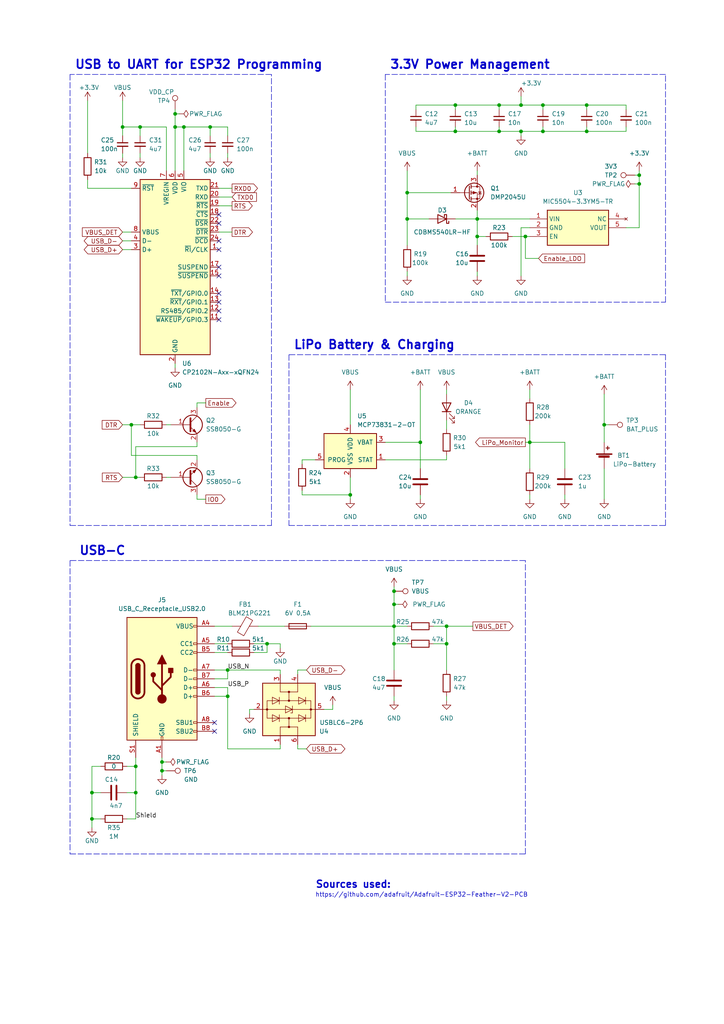
<source format=kicad_sch>
(kicad_sch (version 20211123) (generator eeschema)
  (paper "A4" portrait)
  (title_block (title "USB-C Charging") (date "2024-04-14") (rev "3"))
  (lib_symbols
    (symbol "Battery_Management:MCP73831-2-OT" (pin_names (offset 1.016))
      (property "Reference" "U" (at -7.62 6.35 0))
      (property "Value" "MCP73831-2-OT" (at 1.27 6.35 0))
      (symbol "MCP73831-2-OT_1_1"
        (pin output line (at 10.16 -2.54 180) (length 2.54) (name "STAT") (number "1"))
        (pin power_in line (at 0 -7.62 90) (length 2.54) (name "VSS") (number "2"))
        (pin power_out line (at 10.16 2.54 180) (length 2.54) (name "VBAT") (number "3"))
        (pin power_in line (at 0 7.62 270) (length 2.54) (name "VDD") (number "4"))
        (pin input line (at -10.16 -2.54 0) (length 2.54) (name "PROG") (number "5"))
      )
    )
    (symbol "Connector:TestPoint" (pin_numbers hide) (pin_names (offset 0.762) hide)
      (property "Reference" "TP" (at 0 6.858 0))
      (property "Value" "TestPoint" (at 0 5.08 0))
      (symbol "TestPoint_1_1"
        (pin passive line (at 0 0 90) (length 2.54) (name "1") (number "1"))
      )
    )
    (symbol "Connector:USB_C_Receptacle_USB2.0" (pin_names (offset 1.016))
      (property "Reference" "J" (at -10.16 19.05 0))
      (property "Value" "USB_C_Receptacle_USB2.0" (at 19.05 19.05 0))
      (symbol "USB_C_Receptacle_USB2.0_1_1"
        (pin passive line (at 0 -22.86 90) (length 5.08) (name "GND") (number "A1"))
        (pin passive line (at 0 -22.86 90) (length 5.08) hide (name "GND") (number "A12"))
        (pin passive line (at 15.24 15.24 180) (length 5.08) (name "VBUS") (number "A4"))
        (pin bidirectional line (at 15.24 10.16 180) (length 5.08) (name "CC1") (number "A5"))
        (pin bidirectional line (at 15.24 -2.54 180) (length 5.08) (name "D+") (number "A6"))
        (pin bidirectional line (at 15.24 2.54 180) (length 5.08) (name "D-") (number "A7"))
        (pin bidirectional line (at 15.24 -12.7 180) (length 5.08) (name "SBU1") (number "A8"))
        (pin passive line (at 15.24 15.24 180) (length 5.08) hide (name "VBUS") (number "A9"))
        (pin passive line (at 0 -22.86 90) (length 5.08) hide (name "GND") (number "B1"))
        (pin passive line (at 0 -22.86 90) (length 5.08) hide (name "GND") (number "B12"))
        (pin passive line (at 15.24 15.24 180) (length 5.08) hide (name "VBUS") (number "B4"))
        (pin bidirectional line (at 15.24 7.62 180) (length 5.08) (name "CC2") (number "B5"))
        (pin bidirectional line (at 15.24 -5.08 180) (length 5.08) (name "D+") (number "B6"))
        (pin bidirectional line (at 15.24 0 180) (length 5.08) (name "D-") (number "B7"))
        (pin bidirectional line (at 15.24 -15.24 180) (length 5.08) (name "SBU2") (number "B8"))
        (pin passive line (at 15.24 15.24 180) (length 5.08) hide (name "VBUS") (number "B9"))
        (pin passive line (at -7.62 -22.86 90) (length 5.08) (name "SHIELD") (number "S1"))
      )
    )
    (symbol "Device:Battery_Cell" (pin_numbers hide) (pin_names (offset 0) hide)
      (property "Reference" "BT1" (at 3.81 1.27 0))
      (property "Value" "LiPo-Battery" (at 2.54 -1.27 0))
      (symbol "Battery_Cell_1_1"
        (pin passive line (at 0 5.08 270) (length 2.54) (name "+") (number "1"))
        (pin passive line (at 0 -2.54 90) (length 2.54) (name "-") (number "2"))
        (pin no_connect line (at -6.35 1.27 0) (length 2.54) hide (name "Mount") (number "M"))
      )
    )
    (symbol "Device:C" (pin_numbers hide) (pin_names (offset 0.254))
      (property "Reference" "C" (at 0.635 2.54 0))
      (property "Value" "C" (at 0.635 -2.54 0))
      (symbol "C_1_1"
        (pin passive line (at 0 3.81 270) (length 2.794) (name "~") (number "1"))
        (pin passive line (at 0 -3.81 90) (length 2.794) (name "~") (number "2"))
      )
    )
    (symbol "Device:C_Small" (pin_numbers hide) (pin_names (offset 0.254) hide)
      (property "Reference" "C" (at 0.254 1.778 0))
      (property "Value" "C_Small" (at 0.254 -2.032 0))
      (symbol "C_Small_1_1"
        (pin passive line (at 0 2.54 270) (length 2.032) (name "~") (number "1"))
        (pin passive line (at 0 -2.54 90) (length 2.032) (name "~") (number "2"))
      )
    )
    (symbol "Device:FerriteBead" (pin_numbers hide) (pin_names (offset 0))
      (property "Reference" "FB" (at -3.81 0.635 90))
      (property "Value" "FerriteBead" (at 3.81 0 90))
      (symbol "FerriteBead_1_1"
        (pin passive line (at 0 3.81 270) (length 2.54) (name "~") (number "1"))
        (pin passive line (at 0 -3.81 90) (length 2.54) (name "~") (number "2"))
      )
    )
    (symbol "Device:Fuse" (pin_numbers hide) (pin_names (offset 0))
      (property "Reference" "F" (at 2.032 0 90))
      (property "Value" "Fuse" (at -1.905 0 90))
      (symbol "Fuse_1_1"
        (pin passive line (at 0 3.81 270) (length 1.27) (name "~") (number "1"))
        (pin passive line (at 0 -3.81 90) (length 1.27) (name "~") (number "2"))
      )
    )
    (symbol "Device:LED" (pin_numbers hide) (pin_names (offset 1.016) hide)
      (property "Reference" "D" (at 0 2.54 0))
      (property "Value" "LED" (at 0 -2.54 0))
      (symbol "LED_1_1"
        (pin passive line (at -3.81 0 0) (length 2.54) (name "K") (number "1"))
        (pin passive line (at 3.81 0 180) (length 2.54) (name "A") (number "2"))
      )
    )
    (symbol "Device:R" (pin_numbers hide) (pin_names (offset 0))
      (property "Reference" "R" (at 2.032 0 90))
      (property "Value" "R" (at 0 0 90))
      (symbol "R_1_1"
        (pin passive line (at 0 3.81 270) (length 1.27) (name "~") (number "1"))
        (pin passive line (at 0 -3.81 90) (length 1.27) (name "~") (number "2"))
      )
    )
    (symbol "Diode:MBR0540" (pin_numbers hide) (pin_names (offset 1.016) hide)
      (property "Reference" "D" (at 0 2.54 0))
      (property "Value" "MBR0540" (at 0 -2.54 0))
      (symbol "MBR0540_1_1"
        (pin passive line (at -3.81 0 0) (length 2.54) (name "K") (number "1"))
        (pin passive line (at 3.81 0 180) (length 2.54) (name "A") (number "2"))
      )
    )
    (symbol "Interface_USB:CP2102N-Axx-xQFN24"
      (property "Reference" "U" (at -8.89 26.67 0))
      (property "Value" "CP2102N-Axx-xQFN24" (at 13.97 26.67 0))
      (symbol "CP2102N-Axx-xQFN24_1_1"
        (pin bidirectional line (at 12.7 5.08 180) (length 2.54) (name "~{RI}/CLK") (number "1"))
        (pin no_connect line (at -10.16 -22.86 0) (length 2.54) hide (name "NC") (number "10"))
        (pin bidirectional line (at 12.7 -15.24 180) (length 2.54) (name "~{WAKEUP}/GPIO.3") (number "11"))
        (pin bidirectional line (at 12.7 -12.7 180) (length 2.54) (name "RS485/GPIO.2") (number "12"))
        (pin bidirectional line (at 12.7 -10.16 180) (length 2.54) (name "~{RXT}/GPIO.1") (number "13"))
        (pin bidirectional line (at 12.7 -7.62 180) (length 2.54) (name "~{TXT}/GPIO.0") (number "14"))
        (pin output line (at 12.7 -2.54 180) (length 2.54) (name "~{SUSPEND}") (number "15"))
        (pin no_connect line (at 10.16 -22.86 180) (length 2.54) hide (name "NC") (number "16"))
        (pin output line (at 12.7 0 180) (length 2.54) (name "SUSPEND") (number "17"))
        (pin input line (at 12.7 15.24 180) (length 2.54) (name "~{CTS}") (number "18"))
        (pin output line (at 12.7 17.78 180) (length 2.54) (name "~{RTS}") (number "19"))
        (pin power_in line (at 0 -27.94 90) (length 2.54) (name "GND") (number "2"))
        (pin input line (at 12.7 20.32 180) (length 2.54) (name "RXD") (number "20"))
        (pin output line (at 12.7 22.86 180) (length 2.54) (name "TXD") (number "21"))
        (pin input line (at 12.7 12.7 180) (length 2.54) (name "~{DSR}") (number "22"))
        (pin output line (at 12.7 10.16 180) (length 2.54) (name "~{DTR}") (number "23"))
        (pin input line (at 12.7 7.62 180) (length 2.54) (name "~{DCD}") (number "24"))
        (pin passive line (at 0 -27.94 90) (length 2.54) hide (name "GND") (number "25"))
        (pin bidirectional line (at -12.7 5.08 0) (length 2.54) (name "D+") (number "3"))
        (pin bidirectional line (at -12.7 7.62 0) (length 2.54) (name "D-") (number "4"))
        (pin power_in line (at 2.54 27.94 270) (length 2.54) (name "VIO") (number "5"))
        (pin power_in line (at 0 27.94 270) (length 2.54) (name "VDD") (number "6"))
        (pin power_in line (at -2.54 27.94 270) (length 2.54) (name "VREGIN") (number "7"))
        (pin input line (at -12.7 10.16 0) (length 2.54) (name "VBUS") (number "8"))
        (pin input line (at -12.7 22.86 0) (length 2.54) (name "~{RST}") (number "9"))
      )
    )
    (symbol "Mouser:MIC5504-3.3YM5-TR"
      (property "Reference" "U?" (at 13.97 3.81 0))
      (property "Value" "MIC5504-3.3YM5-TR" (at 13.97 -8.89 0))
      (symbol "MIC5504-3.3YM5-TR_1_1"
        (pin passive line (at 0 0 0) (length 5.08) (name "VIN") (number "1"))
        (pin passive line (at 0 -2.54 0) (length 5.08) (name "GND") (number "2"))
        (pin passive line (at 0 -5.08 0) (length 5.08) (name "EN") (number "3"))
        (pin no_connect line (at 27.94 0 180) (length 5.08) (name "NC") (number "4"))
        (pin passive line (at 27.94 -2.54 180) (length 5.08) (name "VOUT") (number "5"))
      )
    )
    (symbol "Power_Protection:USBLC6-2P6" (pin_names hide)
      (property "Reference" "U" (at 2.54 8.89 0))
      (property "Value" "USBLC6-2P6" (at 2.54 -8.89 0))
      (symbol "USBLC6-2P6_1_1"
        (pin passive line (at -10.16 -2.54 0) (length 2.54) (name "I/O1") (number "1"))
        (pin passive line (at 0 -10.16 90) (length 2.54) (name "GND") (number "2"))
        (pin passive line (at 10.16 -2.54 180) (length 2.54) (name "I/O2") (number "3"))
        (pin passive line (at 10.16 2.54 180) (length 2.54) (name "I/O2") (number "4"))
        (pin passive line (at 0 10.16 270) (length 2.54) (name "VBUS") (number "5"))
        (pin passive line (at -10.16 2.54 0) (length 2.54) (name "I/O1") (number "6"))
      )
    )
    (symbol "Transistor_BJT:BC817" (pin_names (offset 0) hide)
      (property "Reference" "Q" (at 5.08 1.905 0))
      (property "Value" "BC817" (at 5.08 0 0))
      (symbol "BC817_1_1"
        (pin input line (at -5.08 0 0) (length 5.715) (name "B") (number "1"))
        (pin passive line (at 2.54 -5.08 90) (length 2.54) (name "E") (number "2"))
        (pin passive line (at 2.54 5.08 270) (length 2.54) (name "C") (number "3"))
      )
    )
    (symbol "Transistor_FET:DMG2301L" (pin_names hide)
      (property "Reference" "Q" (at 5.08 1.905 0))
      (property "Value" "DMG2301L" (at 5.08 0 0))
      (symbol "DMG2301L_1_1"
        (pin input line (at -5.08 0 0) (length 2.54) (name "G") (number "1"))
        (pin passive line (at 2.54 -5.08 90) (length 2.54) (name "S") (number "2"))
        (pin passive line (at 2.54 5.08 270) (length 2.54) (name "D") (number "3"))
      )
    )
    (symbol "power:+3.3V" (power) (pin_names (offset 0))
      (property "Value" "+3.3V" (at 0 3.556 0))
      (symbol "+3.3V_1_1"
        (pin power_in line (at 0 0 90) (length 0) hide (name "+3.3V") (number "1"))
      )
    )
    (symbol "power:+BATT" (power) (pin_names (offset 0))
      (property "Value" "+BATT" (at 0 3.556 0))
      (symbol "+BATT_1_1"
        (pin power_in line (at 0 0 90) (length 0) hide (name "+BATT") (number "1"))
      )
    )
    (symbol "power:GND" (power) (pin_names (offset 0))
      (property "Value" "GND" (at 0 -3.81 0))
      (symbol "GND_1_1"
        (pin power_in line (at 0 0 270) (length 0) hide (name "GND") (number "1"))
      )
    )
    (symbol "power:PWR_FLAG" (power) (pin_numbers hide) (pin_names (offset 0) hide)
      (property "Value" "PWR_FLAG" (at 0 3.81 0))
      (symbol "PWR_FLAG_0_0"
        (pin power_out line (at 0 0 90) (length 0) (name "pwr") (number "1"))
      )
    )
    (symbol "power:VBUS" (power) (pin_names (offset 0))
      (property "Value" "VBUS" (at 0 3.81 0))
      (symbol "VBUS_1_1"
        (pin power_in line (at 0 0 90) (length 0) hide (name "VBUS") (number "1"))
      )
    )
  )
  (junction (at 35.56 36.83))
  (junction (at 151.13 38.1))
  (junction (at 175.26 123.19))
  (junction (at 185.42 50.8))
  (junction (at 46.99 220.98))
  (junction (at 157.48 30.48))
  (junction (at 132.08 38.1))
  (junction (at 60.96 36.83))
  (junction (at 129.54 181.61))
  (junction (at 118.11 63.5))
  (junction (at 39.37 138.43))
  (junction (at 157.48 38.1))
  (junction (at 53.34 36.83))
  (junction (at 151.13 30.48))
  (junction (at 77.47 186.69))
  (junction (at 46.99 223.52))
  (junction (at 121.92 128.27))
  (junction (at 118.11 55.88))
  (junction (at 114.3 175.26))
  (junction (at 114.3 186.69))
  (junction (at 114.3 181.61))
  (junction (at 138.43 68.58))
  (junction (at 138.43 63.5))
  (junction (at 26.67 237.49))
  (junction (at 50.8 33.02))
  (junction (at 101.6 143.51))
  (junction (at 152.4 68.58))
  (junction (at 170.18 38.1))
  (junction (at 144.78 30.48))
  (junction (at 39.37 222.25))
  (junction (at 66.04 201.93))
  (junction (at 129.54 186.69))
  (junction (at 144.78 38.1))
  (junction (at 38.1 123.19))
  (junction (at 114.3 171.45))
  (junction (at 170.18 30.48))
  (junction (at 66.04 194.31))
  (junction (at 50.8 36.83))
  (junction (at 153.67 128.27))
  (junction (at 39.37 229.87))
  (junction (at 132.08 30.48))
  (junction (at 185.42 53.34))
  (junction (at 26.67 229.87))
  (junction (at 40.64 36.83))
  (no_connect (at 63.5 64.77))
  (no_connect (at 63.5 87.63))
  (no_connect (at 63.5 80.01))
  (no_connect (at 62.23 209.55))
  (no_connect (at 63.5 69.85))
  (no_connect (at 63.5 92.71))
  (no_connect (at 63.5 62.23))
  (no_connect (at 63.5 72.39))
  (no_connect (at 63.5 77.47))
  (no_connect (at 62.23 212.09))
  (no_connect (at 63.5 90.17))
  (no_connect (at 63.5 85.09))
  (wire (pts (xy 50.8 33.02) (xy 52.07 33.02)))
  (wire (pts (xy 120.65 30.48) (xy 120.65 31.75)))
  (wire (pts (xy 114.3 186.69) (xy 114.3 194.31)))
  (wire (pts (xy 66.04 39.37) (xy 66.04 36.83)))
  (wire (pts (xy 138.43 63.5) (xy 153.67 63.5)))
  (wire (pts (xy 138.43 68.58) (xy 138.43 71.12)))
  (wire (pts (xy 163.83 135.89) (xy 163.83 128.27)))
  (wire (pts (xy 118.11 63.5) (xy 118.11 71.12)))
  (wire (pts (xy 81.28 215.9) (xy 81.28 217.17)))
  (wire (pts (xy 132.08 63.5) (xy 138.43 63.5)))
  (wire (pts (xy 35.56 44.45) (xy 35.56 45.72)))
  (wire (pts (xy 57.15 132.08) (xy 38.1 132.08)))
  (wire (pts (xy 121.92 143.51) (xy 121.92 144.78)))
  (wire (pts (xy 144.78 36.83) (xy 144.78 38.1)))
  (wire (pts (xy 185.42 53.34) (xy 185.42 66.04)))
  (wire (pts (xy 153.67 113.03) (xy 153.67 115.57)))
  (wire (pts (xy 50.8 33.02) (xy 50.8 36.83)))
  (wire (pts (xy 73.66 189.23) (xy 77.47 189.23)))
  (wire (pts (xy 114.3 175.26) (xy 114.3 181.61)))
  (polyline (pts (xy 20.32 152.4) (xy 78.74 152.4)))
  (wire (pts (xy 185.42 50.8) (xy 185.42 53.34)))
  (wire (pts (xy 36.83 222.25) (xy 39.37 222.25)))
  (wire (pts (xy 144.78 30.48) (xy 144.78 31.75)))
  (wire (pts (xy 53.34 36.83) (xy 53.34 49.53)))
  (wire (pts (xy 137.16 181.61) (xy 129.54 181.61)))
  (wire (pts (xy 48.26 36.83) (xy 48.26 49.53)))
  (wire (pts (xy 124.46 63.5) (xy 118.11 63.5)))
  (wire (pts (xy 144.78 38.1) (xy 132.08 38.1)))
  (wire (pts (xy 101.6 144.78) (xy 101.6 143.51)))
  (wire (pts (xy 185.42 49.53) (xy 185.42 50.8)))
  (wire (pts (xy 66.04 44.45) (xy 66.04 45.72)))
  (wire (pts (xy 151.13 27.94) (xy 151.13 30.48)))
  (wire (pts (xy 129.54 186.69) (xy 125.73 186.69)))
  (wire (pts (xy 60.96 36.83) (xy 53.34 36.83)))
  (wire (pts (xy 48.26 123.19) (xy 49.53 123.19)))
  (wire (pts (xy 35.56 36.83) (xy 40.64 36.83)))
  (wire (pts (xy 25.4 29.21) (xy 25.4 44.45)))
  (wire (pts (xy 170.18 36.83) (xy 170.18 38.1)))
  (wire (pts (xy 50.8 31.75) (xy 50.8 33.02)))
  (wire (pts (xy 111.76 128.27) (xy 121.92 128.27)))
  (wire (pts (xy 96.52 205.74) (xy 96.52 204.47)))
  (polyline (pts (xy 83.82 102.87) (xy 83.82 152.4)))
  (wire (pts (xy 163.83 128.27) (xy 153.67 128.27)))
  (wire (pts (xy 40.64 44.45) (xy 40.64 45.72)))
  (wire (pts (xy 62.23 186.69) (xy 66.04 186.69)))
  (wire (pts (xy 153.67 128.27) (xy 153.67 135.89)))
  (wire (pts (xy 46.99 223.52) (xy 48.26 223.52)))
  (wire (pts (xy 118.11 49.53) (xy 118.11 55.88)))
  (polyline (pts (xy 78.74 21.59) (xy 20.32 21.59)))
  (wire (pts (xy 26.67 237.49) (xy 26.67 229.87)))
  (polyline (pts (xy 193.04 102.87) (xy 83.82 102.87)))
  (wire (pts (xy 62.23 194.31) (xy 66.04 194.31)))
  (wire (pts (xy 138.43 78.74) (xy 138.43 80.01)))
  (wire (pts (xy 86.36 194.31) (xy 88.9 194.31)))
  (wire (pts (xy 67.31 57.15) (xy 63.5 57.15)))
  (wire (pts (xy 138.43 49.53) (xy 138.43 50.8)))
  (wire (pts (xy 118.11 55.88) (xy 118.11 63.5)))
  (wire (pts (xy 151.13 38.1) (xy 151.13 39.37)))
  (wire (pts (xy 62.23 199.39) (xy 66.04 199.39)))
  (polyline (pts (xy 111.76 87.63) (xy 193.04 87.63)))
  (wire (pts (xy 67.31 67.31) (xy 63.5 67.31)))
  (wire (pts (xy 29.21 229.87) (xy 26.67 229.87)))
  (polyline (pts (xy 20.32 247.65) (xy 152.4 247.65)))
  (wire (pts (xy 170.18 30.48) (xy 170.18 31.75)))
  (wire (pts (xy 35.56 69.85) (xy 38.1 69.85)))
  (wire (pts (xy 114.3 175.26) (xy 114.3 171.45)))
  (wire (pts (xy 118.11 78.74) (xy 118.11 80.01)))
  (wire (pts (xy 74.93 181.61) (xy 82.55 181.61)))
  (polyline (pts (xy 193.04 87.63) (xy 193.04 21.59)))
  (wire (pts (xy 35.56 67.31) (xy 38.1 67.31)))
  (wire (pts (xy 175.26 123.19) (xy 176.53 123.19)))
  (wire (pts (xy 39.37 222.25) (xy 39.37 219.71)))
  (wire (pts (xy 157.48 30.48) (xy 170.18 30.48)))
  (wire (pts (xy 101.6 143.51) (xy 101.6 138.43)))
  (wire (pts (xy 129.54 113.03) (xy 129.54 114.3)))
  (wire (pts (xy 60.96 36.83) (xy 60.96 39.37)))
  (wire (pts (xy 77.47 186.69) (xy 73.66 186.69)))
  (wire (pts (xy 185.42 66.04) (xy 181.61 66.04)))
  (wire (pts (xy 138.43 63.5) (xy 138.43 68.58)))
  (wire (pts (xy 181.61 30.48) (xy 181.61 31.75)))
  (wire (pts (xy 66.04 36.83) (xy 60.96 36.83)))
  (wire (pts (xy 81.28 186.69) (xy 77.47 186.69)))
  (wire (pts (xy 59.69 116.84) (xy 57.15 116.84)))
  (wire (pts (xy 38.1 123.19) (xy 40.64 123.19)))
  (wire (pts (xy 151.13 38.1) (xy 144.78 38.1)))
  (wire (pts (xy 36.83 229.87) (xy 39.37 229.87)))
  (wire (pts (xy 129.54 203.2) (xy 129.54 201.93)))
  (wire (pts (xy 81.28 187.96) (xy 81.28 186.69)))
  (wire (pts (xy 121.92 128.27) (xy 121.92 135.89)))
  (wire (pts (xy 151.13 66.04) (xy 151.13 80.01)))
  (wire (pts (xy 67.31 59.69) (xy 63.5 59.69)))
  (wire (pts (xy 57.15 129.54) (xy 39.37 129.54)))
  (wire (pts (xy 86.36 215.9) (xy 86.36 217.17)))
  (wire (pts (xy 175.26 123.19) (xy 175.26 128.27)))
  (wire (pts (xy 152.4 74.93) (xy 152.4 68.58)))
  (wire (pts (xy 62.23 196.85) (xy 66.04 196.85)))
  (wire (pts (xy 152.4 128.27) (xy 153.67 128.27)))
  (wire (pts (xy 120.65 30.48) (xy 132.08 30.48)))
  (wire (pts (xy 153.67 143.51) (xy 153.67 144.78)))
  (wire (pts (xy 57.15 143.51) (xy 57.15 144.78)))
  (wire (pts (xy 39.37 129.54) (xy 39.37 138.43)))
  (wire (pts (xy 115.57 175.26) (xy 114.3 175.26)))
  (wire (pts (xy 87.63 133.35) (xy 87.63 134.62)))
  (wire (pts (xy 93.98 205.74) (xy 96.52 205.74)))
  (wire (pts (xy 153.67 66.04) (xy 151.13 66.04)))
  (wire (pts (xy 181.61 36.83) (xy 181.61 38.1)))
  (wire (pts (xy 38.1 54.61) (xy 25.4 54.61)))
  (wire (pts (xy 67.31 54.61) (xy 63.5 54.61)))
  (wire (pts (xy 114.3 170.18) (xy 114.3 171.45)))
  (wire (pts (xy 35.56 123.19) (xy 38.1 123.19)))
  (wire (pts (xy 157.48 36.83) (xy 157.48 38.1)))
  (wire (pts (xy 151.13 30.48) (xy 157.48 30.48)))
  (wire (pts (xy 66.04 199.39) (xy 66.04 201.93)))
  (wire (pts (xy 26.67 237.49) (xy 29.21 237.49)))
  (wire (pts (xy 86.36 194.31) (xy 86.36 195.58)))
  (wire (pts (xy 132.08 36.83) (xy 132.08 38.1)))
  (wire (pts (xy 46.99 220.98) (xy 46.99 223.52)))
  (wire (pts (xy 39.37 138.43) (xy 40.64 138.43)))
  (polyline (pts (xy 152.4 162.56) (xy 20.32 162.56)))
  (wire (pts (xy 86.36 217.17) (xy 88.9 217.17)))
  (wire (pts (xy 175.26 135.89) (xy 175.26 144.78)))
  (wire (pts (xy 48.26 220.98) (xy 46.99 220.98)))
  (wire (pts (xy 35.56 138.43) (xy 39.37 138.43)))
  (wire (pts (xy 35.56 72.39) (xy 38.1 72.39)))
  (wire (pts (xy 132.08 30.48) (xy 144.78 30.48)))
  (polyline (pts (xy 111.76 21.59) (xy 111.76 87.63)))
  (wire (pts (xy 62.23 189.23) (xy 66.04 189.23)))
  (wire (pts (xy 72.39 205.74) (xy 73.66 205.74)))
  (wire (pts (xy 57.15 129.54) (xy 57.15 128.27)))
  (wire (pts (xy 87.63 142.24) (xy 87.63 143.51)))
  (wire (pts (xy 87.63 143.51) (xy 101.6 143.51)))
  (wire (pts (xy 121.92 113.03) (xy 121.92 128.27)))
  (wire (pts (xy 111.76 133.35) (xy 129.54 133.35)))
  (wire (pts (xy 114.3 186.69) (xy 118.11 186.69)))
  (wire (pts (xy 101.6 113.03) (xy 101.6 123.19)))
  (wire (pts (xy 170.18 30.48) (xy 181.61 30.48)))
  (wire (pts (xy 36.83 237.49) (xy 39.37 237.49)))
  (wire (pts (xy 46.99 223.52) (xy 46.99 224.79)))
  (wire (pts (xy 114.3 181.61) (xy 118.11 181.61)))
  (polyline (pts (xy 83.82 152.4) (xy 193.04 152.4)))
  (wire (pts (xy 66.04 201.93) (xy 66.04 217.17)))
  (wire (pts (xy 156.21 74.93) (xy 152.4 74.93)))
  (wire (pts (xy 90.17 181.61) (xy 114.3 181.61)))
  (wire (pts (xy 152.4 68.58) (xy 153.67 68.58)))
  (wire (pts (xy 26.67 237.49) (xy 26.67 240.03)))
  (wire (pts (xy 129.54 121.92) (xy 129.54 124.46)))
  (wire (pts (xy 129.54 181.61) (xy 129.54 186.69)))
  (wire (pts (xy 66.04 217.17) (xy 81.28 217.17)))
  (wire (pts (xy 29.21 222.25) (xy 26.67 222.25)))
  (wire (pts (xy 81.28 194.31) (xy 81.28 195.58)))
  (wire (pts (xy 35.56 29.21) (xy 35.56 36.83)))
  (polyline (pts (xy 193.04 152.4) (xy 193.04 102.87)))
  (wire (pts (xy 66.04 194.31) (xy 81.28 194.31)))
  (wire (pts (xy 132.08 38.1) (xy 120.65 38.1)))
  (wire (pts (xy 66.04 196.85) (xy 66.04 194.31)))
  (wire (pts (xy 184.15 53.34) (xy 185.42 53.34)))
  (wire (pts (xy 40.64 36.83) (xy 40.64 39.37)))
  (wire (pts (xy 35.56 39.37) (xy 35.56 36.83)))
  (wire (pts (xy 163.83 143.51) (xy 163.83 144.78)))
  (polyline (pts (xy 193.04 21.59) (xy 111.76 21.59)))
  (wire (pts (xy 153.67 123.19) (xy 153.67 128.27)))
  (wire (pts (xy 39.37 237.49) (xy 39.37 229.87)))
  (wire (pts (xy 48.26 36.83) (xy 40.64 36.83)))
  (wire (pts (xy 48.26 138.43) (xy 49.53 138.43)))
  (wire (pts (xy 114.3 203.2) (xy 114.3 201.93)))
  (wire (pts (xy 129.54 186.69) (xy 129.54 194.31)))
  (polyline (pts (xy 152.4 247.65) (xy 152.4 162.56)))
  (wire (pts (xy 39.37 222.25) (xy 39.37 229.87)))
  (wire (pts (xy 26.67 229.87) (xy 26.67 222.25)))
  (wire (pts (xy 50.8 36.83) (xy 53.34 36.83)))
  (wire (pts (xy 148.59 68.58) (xy 152.4 68.58)))
  (polyline (pts (xy 20.32 162.56) (xy 20.32 247.65)))
  (wire (pts (xy 62.23 201.93) (xy 66.04 201.93)))
  (wire (pts (xy 60.96 44.45) (xy 60.96 45.72)))
  (wire (pts (xy 125.73 181.61) (xy 129.54 181.61)))
  (wire (pts (xy 38.1 132.08) (xy 38.1 123.19)))
  (wire (pts (xy 57.15 144.78) (xy 59.69 144.78)))
  (wire (pts (xy 72.39 205.74) (xy 72.39 207.01)))
  (wire (pts (xy 62.23 181.61) (xy 67.31 181.61)))
  (wire (pts (xy 114.3 181.61) (xy 114.3 186.69)))
  (wire (pts (xy 57.15 116.84) (xy 57.15 118.11)))
  (wire (pts (xy 57.15 133.35) (xy 57.15 132.08)))
  (wire (pts (xy 184.15 50.8) (xy 185.42 50.8)))
  (wire (pts (xy 50.8 36.83) (xy 50.8 49.53)))
  (wire (pts (xy 77.47 186.69) (xy 77.47 189.23)))
  (wire (pts (xy 50.8 105.41) (xy 50.8 106.68)))
  (polyline (pts (xy 20.32 21.59) (xy 20.32 152.4)))
  (wire (pts (xy 132.08 30.48) (xy 132.08 31.75)))
  (wire (pts (xy 138.43 68.58) (xy 140.97 68.58)))
  (wire (pts (xy 129.54 133.35) (xy 129.54 132.08)))
  (wire (pts (xy 181.61 38.1) (xy 170.18 38.1)))
  (wire (pts (xy 151.13 30.48) (xy 144.78 30.48)))
  (wire (pts (xy 120.65 36.83) (xy 120.65 38.1)))
  (wire (pts (xy 138.43 60.96) (xy 138.43 63.5)))
  (wire (pts (xy 157.48 38.1) (xy 151.13 38.1)))
  (polyline (pts (xy 78.74 152.4) (xy 78.74 21.59)))
  (wire (pts (xy 175.26 114.3) (xy 175.26 123.19)))
  (wire (pts (xy 25.4 54.61) (xy 25.4 52.07)))
  (wire (pts (xy 157.48 30.48) (xy 157.48 31.75)))
  (wire (pts (xy 91.44 133.35) (xy 87.63 133.35)))
  (wire (pts (xy 130.81 55.88) (xy 118.11 55.88)))
  (wire (pts (xy 46.99 219.71) (xy 46.99 220.98)))
  (wire (pts (xy 170.18 38.1) (xy 157.48 38.1)))
  (text "Sources used:" (at 91.44 257.81 0) (effects (font (size 2.032 2.032) (thickness 0.4064) bold) (justify left bottom)))
  (text "https://github.com/adafruit/Adafruit-ESP32-Feather-V2-PCB" (at 91.44 260.35 0) (effects (font (size 1.27 1.27)) (justify left bottom)))
  (text "USB-C" (at 22.86 161.29 0) (effects (font (size 2.4892 2.4892) (thickness 0.4978) bold) (justify left bottom)))
  (text "LiPo Battery & Charging" (at 85.09 101.6 0) (effects (font (size 2.4892 2.4892) (thickness 0.4978) bold) (justify left bottom)))
  (text "USB to UART for ESP32 Programming" (at 21.59 20.32 0) (effects (font (size 2.4892 2.4892) (thickness 0.4978) bold) (justify left bottom)))
  (text "3.3V Power Management" (at 113.03 20.32 0) (effects (font (size 2.4892 2.4892) (thickness 0.4978) bold) (justify left bottom)))
  (label "USB_N" (at 66.04 194.31 0))
  (label "Shield" (at 39.37 237.49 0))
  (label "USB_P" (at 66.04 199.39 0))
  (global_label "VBUS_DET" (shape input) (at 35.56 67.31 180) (property "Intersheet References" "${INTERSHEET_REFS}" (effects hide)))
  (global_label "USB_D-" (shape bidirectional) (at 88.9 194.31 0) (property "Intersheet References" "${INTERSHEET_REFS}" (effects hide)))
  (global_label "RXD0" (shape output) (at 67.31 54.61 0) (property "Intersheet References" "${INTERSHEET_REFS}" (effects hide)))
  (global_label "USB_D-" (shape bidirectional) (at 35.56 69.85 180) (property "Intersheet References" "${INTERSHEET_REFS}" (effects hide)))
  (global_label "USB_D+" (shape bidirectional) (at 88.9 217.17 0) (property "Intersheet References" "${INTERSHEET_REFS}" (effects hide)))
  (global_label "RTS" (shape output) (at 67.31 59.69 0) (property "Intersheet References" "${INTERSHEET_REFS}" (effects hide)))
  (global_label "VBUS_DET" (shape output) (at 137.16 181.61 0) (property "Intersheet References" "${INTERSHEET_REFS}" (effects hide)))
  (global_label "IO0" (shape output) (at 59.69 144.78 0) (property "Intersheet References" "${INTERSHEET_REFS}" (effects hide)))
  (global_label "DTR" (shape output) (at 67.31 67.31 0) (property "Intersheet References" "${INTERSHEET_REFS}" (effects hide)))
  (global_label "RTS" (shape input) (at 35.56 138.43 180) (property "Intersheet References" "${INTERSHEET_REFS}" (effects hide)))
  (global_label "Enable" (shape output) (at 59.69 116.84 0) (property "Intersheet References" "${INTERSHEET_REFS}" (effects hide)))
  (global_label "DTR" (shape input) (at 35.56 123.19 180) (property "Intersheet References" "${INTERSHEET_REFS}" (effects hide)))
  (global_label "LiPo_Monitor" (shape output) (at 152.4 128.27 180) (property "Intersheet References" "${INTERSHEET_REFS}" (effects hide)))
  (global_label "Enable_LDO" (shape input) (at 156.21 74.93 0) (property "Intersheet References" "${INTERSHEET_REFS}" (effects hide)))
  (global_label "TXD0" (shape input) (at 67.31 57.15 0) (property "Intersheet References" "${INTERSHEET_REFS}" (effects hide)))
  (global_label "USB_D+" (shape bidirectional) (at 35.56 72.39 180) (property "Intersheet References" "${INTERSHEET_REFS}" (effects hide)))
  (symbol (lib_id "Device:C_Small") (at 181.61 34.29 0) (unit 1)
    (property "Reference" "C21" (at 184.15 33.0262 0) (effects (justify left)))
    (property "Value" "100n" (at 184.15 35.5662 0) (effects (justify left)))
    (property "Footprint" "Capacitor_SMD:C_0603_1608Metric" (effects hide))
  )
  (symbol (lib_id "power:VBUS") (at 35.56 29.21 0) (unit 1)
    (property "Reference" "#PWR0153" (effects hide))
    (property "Value" "VBUS" (at 35.56 25.4 0))
  )
  (symbol (lib_id "Device:R") (at 87.63 138.43 0) (unit 1)
    (property "Reference" "R24" (at 91.44 137.16 0))
    (property "Value" "5k1" (at 91.44 139.7 0))
    (property "Footprint" "Resistor_SMD:R_0603_1608Metric" (effects hide))
  )
  (symbol (lib_id "Device:C_Small") (at 40.64 41.91 0) (unit 1)
    (property "Reference" "C31" (at 43.18 40.64 0) (effects (justify left)))
    (property "Value" "4u7" (at 43.18 43.18 0) (effects (justify left)))
    (property "Footprint" "Capacitor_SMD:C_0603_1608Metric" (effects hide))
  )
  (symbol (lib_id "Device:C_Small") (at 60.96 41.91 0) (unit 1)
    (property "Reference" "C26" (at 54.61 40.64 0) (effects (justify left)))
    (property "Value" "4u7" (at 54.61 43.18 0) (effects (justify left)))
    (property "Footprint" "Capacitor_SMD:C_0603_1608Metric" (effects hide))
  )
  (symbol (lib_id "Device:LED") (at 129.54 118.11 90) (unit 1)
    (property "Reference" "D4" (at 135.89 116.84 90))
    (property "Value" "ORANGE" (at 135.89 119.38 90))
    (property "Footprint" "LED_SMD:LED_0603_1608Metric" (effects hide))
    (property "Mouser Part Number" "720-LYQ396P1Q236" (effects hide))
  )
  (symbol (lib_id "Interface_USB:CP2102N-Axx-xQFN24") (at 50.8 77.47 0) (unit 1)
    (property "Reference" "U6" (at 52.8194 105.41 0) (effects (justify left)))
    (property "Value" "CP2102N-Axx-xQFN24" (at 52.8194 107.95 0) (effects (justify left)))
    (property "Footprint" "Package_DFN_QFN:QFN-24-1EP_4x4mm_P0.5mm_EP2.6x2.6mm" (effects hide))
    (property "Datasheet" "https://www.silabs.com/documents/public/data-sheets/cp2102n-datasheet.pdf" (effects hide))
    (property "Mouser Part Number" "634-CP2102NA02QFN24R" (effects hide))
  )
  (symbol (lib_id "power:GND") (at 151.13 39.37 0) (unit 1)
    (property "Reference" "#PWR0134" (effects hide))
    (property "Value" "GND" (at 151.13 44.45 0))
  )
  (symbol (lib_id "Transistor_BJT:BC817") (at 54.61 138.43 0) (mirror x) (unit 1)
    (property "Reference" "Q3" (at 59.69 137.1599 0) (effects (justify left)))
    (property "Value" "SS8050-G" (at 59.69 139.6999 0) (effects (justify left)))
    (property "Footprint" "Package_TO_SOT_SMD:SOT-23" (effects hide))
    (property "Datasheet" "https://www.mouser.at/datasheet/2/80/SS8050_G_RevA181526-2506539.pdf" (effects hide))
    (property "Mouser Part Number" "750-SS8050-G" (effects hide))
  )
  (symbol (lib_id "power:GND") (at 118.11 80.01 0) (unit 1)
    (property "Reference" "#PWR0131" (effects hide))
    (property "Value" "GND" (at 118.11 85.09 0))
  )
  (symbol (lib_id "power:+BATT") (at 153.67 113.03 0) (unit 1)
    (property "Reference" "#PWR0139" (effects hide))
    (property "Value" "+BATT" (at 153.67 107.95 0))
  )
  (symbol (lib_id "Device:R") (at 121.92 181.61 270) (unit 1)
    (property "Reference" "R25" (at 116.84 180.34 90))
    (property "Value" "47k" (at 127 180.34 90))
    (property "Footprint" "Resistor_SMD:R_0603_1608Metric" (effects hide))
  )
  (symbol (lib_id "Device:R") (at 44.45 123.19 270) (unit 1)
    (property "Reference" "R32" (at 44.45 120.65 90))
    (property "Value" "10k" (at 44.45 125.73 90))
    (property "Footprint" "Resistor_SMD:R_0603_1608Metric" (effects hide))
  )
  (symbol (lib_id "Connector:TestPoint") (at 184.15 50.8 90) (unit 1)
    (property "Reference" "TP2" (at 179.07 50.8 90) (effects (justify left)))
    (property "Value" "3V3" (at 179.07 48.26 90) (effects (justify left)))
    (property "Footprint" "TestPoint:TestPoint_Pad_D2.0mm" (effects hide))
  )
  (symbol (lib_id "Connector:TestPoint") (at 48.26 223.52 270) (unit 1)
    (property "Reference" "TP6" (at 53.34 223.52 90) (effects (justify left)))
    (property "Value" "GND" (at 53.34 226.06 90) (effects (justify left)))
    (property "Footprint" "TestPoint:TestPoint_Pad_D2.0mm" (effects hide))
  )
  (symbol (lib_id "power:+3.3V") (at 25.4 29.21 0) (unit 1)
    (property "Reference" "#PWR0154" (effects hide))
    (property "Value" "+3.3V" (at 22.86 25.4 0) (effects (justify left)))
  )
  (symbol (lib_id "power:GND") (at 121.92 144.78 0) (unit 1)
    (property "Reference" "#PWR0141" (effects hide))
    (property "Value" "GND" (at 121.92 149.86 0))
  )
  (symbol (lib_id "power:GND") (at 35.56 45.72 0) (unit 1)
    (property "Reference" "#PWR0152" (effects hide))
    (property "Value" "GND" (at 35.56 49.53 0))
  )
  (symbol (lib_id "power:GND") (at 151.13 80.01 0) (unit 1)
    (property "Reference" "#PWR0138" (effects hide))
    (property "Value" "GND" (at 151.13 85.09 0))
  )
  (symbol (lib_id "Connector:TestPoint") (at 176.53 123.19 270) (unit 1)
    (property "Reference" "TP3" (at 181.61 121.92 90) (effects (justify left)))
    (property "Value" "BAT_PLUS" (at 181.61 124.46 90) (effects (justify left)))
    (property "Footprint" "TestPoint:TestPoint_Pad_D2.0mm" (effects hide))
  )
  (symbol (lib_id "Device:R") (at 129.54 198.12 0) (unit 1)
    (property "Reference" "R27" (at 133.35 196.85 0))
    (property "Value" "47k" (at 133.35 199.39 0))
    (property "Footprint" "Resistor_SMD:R_0603_1608Metric" (effects hide))
  )
  (symbol (lib_id "Device:C") (at 121.92 139.7 0) (unit 1)
    (property "Reference" "C24" (at 115.57 138.43 0) (effects (justify left)))
    (property "Value" "10u" (at 115.57 140.97 0) (effects (justify left)))
    (property "Footprint" "Capacitor_SMD:C_0603_1608Metric" (effects hide))
  )
  (symbol (lib_id "Device:R") (at 33.02 237.49 90) (unit 1)
    (property "Reference" "R35" (at 33.02 240.03 90))
    (property "Value" "1M" (at 33.02 242.57 90))
    (property "Footprint" "Resistor_SMD:R_0603_1608Metric" (effects hide))
  )
  (symbol (lib_id "power:GND") (at 129.54 203.2 0) (unit 1)
    (property "Reference" "#PWR0144" (effects hide))
    (property "Value" "GND" (at 129.54 208.28 0))
  )
  (symbol (lib_id "power:GND") (at 66.04 45.72 0) (unit 1)
    (property "Reference" "#PWR0157" (effects hide))
    (property "Value" "GND" (at 66.04 49.53 0))
  )
  (symbol (lib_id "Device:FerriteBead") (at 71.12 181.61 90) (unit 1)
    (property "Reference" "FB1" (at 71.12 175.26 90))
    (property "Value" "BLM21PG221" (at 72.39 177.8 90))
    (property "Footprint" "Inductor_SMD:L_0805_2012Metric" (effects hide))
    (property "Mouser Part Number" "81-BLM21P221SG" (effects hide))
  )
  (symbol (lib_id "power:+BATT") (at 138.43 49.53 0) (unit 1)
    (property "Reference" "#PWR0129" (effects hide))
    (property "Value" "+BATT" (at 138.43 44.45 0))
  )
  (symbol (lib_id "power:VBUS") (at 114.3 170.18 0) (unit 1)
    (property "Reference" "#PWR0145" (effects hide))
    (property "Value" "VBUS" (at 114.3 165.1 0))
  )
  (symbol (lib_id "power:GND") (at 153.67 144.78 0) (unit 1)
    (property "Reference" "#PWR0140" (effects hide))
    (property "Value" "GND" (at 153.67 149.86 0))
  )
  (symbol (lib_id "Device:R") (at 25.4 48.26 0) (unit 1)
    (property "Reference" "R31" (at 29.21 46.99 0))
    (property "Value" "10k" (at 29.21 49.53 0))
    (property "Footprint" "Resistor_SMD:R_0603_1608Metric" (effects hide))
  )
  (symbol (lib_id "Device:C_Small") (at 170.18 34.29 0) (unit 1)
    (property "Reference" "C20" (at 172.72 33.0262 0) (effects (justify left)))
    (property "Value" "100n" (at 172.72 35.5662 0) (effects (justify left)))
    (property "Footprint" "Capacitor_SMD:C_0603_1608Metric" (effects hide))
  )
  (symbol (lib_id "Device:C_Small") (at 157.48 34.29 0) (unit 1)
    (property "Reference" "C19" (at 160.02 33.0262 0) (effects (justify left)))
    (property "Value" "10n" (at 160.02 35.5662 0) (effects (justify left)))
    (property "Footprint" "Capacitor_SMD:C_0603_1608Metric" (effects hide))
  )
  (symbol (lib_id "Device:C_Small") (at 66.04 41.91 0) (unit 1)
    (property "Reference" "C27" (at 68.58 40.6462 0) (effects (justify left)))
    (property "Value" "100n" (at 68.58 43.1862 0) (effects (justify left)))
    (property "Footprint" "Capacitor_SMD:C_0603_1608Metric" (effects hide))
  )
  (symbol (lib_id "Device:R") (at 69.85 186.69 270) (unit 1)
    (property "Reference" "R10" (at 64.77 185.42 90))
    (property "Value" "5k1" (at 74.93 185.42 90))
    (property "Footprint" "Resistor_SMD:R_0603_1608Metric" (effects hide))
  )
  (symbol (lib_id "Device:C") (at 163.83 139.7 0) (unit 1)
    (property "Reference" "C23" (at 167.64 138.43 0) (effects (justify left)))
    (property "Value" "1u" (at 167.64 140.97 0) (effects (justify left)))
    (property "Footprint" "Capacitor_SMD:C_0603_1608Metric" (effects hide))
  )
  (symbol (lib_id "Device:Fuse") (at 86.36 181.61 90) (unit 1)
    (property "Reference" "F1" (at 86.36 175.26 90))
    (property "Value" "6V 0,5A" (at 86.36 177.8 90))
    (property "Footprint" "Fuse:Fuse_0603_1608Metric" (effects hide))
    (property "Mouser Part Number" "603-SMD0603B050TF" (effects hide))
  )
  (symbol (lib_id "Device:R") (at 121.92 186.69 270) (unit 1)
    (property "Reference" "R26" (at 116.84 185.42 90))
    (property "Value" "47k" (at 127 185.42 90))
    (property "Footprint" "Resistor_SMD:R_0603_1608Metric" (effects hide))
  )
  (symbol (lib_id "Device:R") (at 118.11 74.93 0) (unit 1)
    (property "Reference" "R19" (at 121.92 73.66 0))
    (property "Value" "100k" (at 121.92 76.2 0))
    (property "Footprint" "Resistor_SMD:R_0603_1608Metric" (effects hide))
  )
  (symbol (lib_id "power:GND") (at 163.83 144.78 0) (unit 1)
    (property "Reference" "#PWR0147" (effects hide))
    (property "Value" "GND" (at 163.83 149.86 0))
  )
  (symbol (lib_id "power:GND") (at 175.26 144.78 0) (unit 1)
    (property "Reference" "#PWR045" (effects hide))
    (property "Value" "GND" (at 175.26 149.86 0))
  )
  (symbol (lib_id "Power_Protection:USBLC6-2P6") (at 83.82 205.74 270) (mirror x) (unit 1)
    (property "Reference" "U4" (at 93.98 212.09 90))
    (property "Value" "USBLC6-2P6" (at 99.06 209.55 90))
    (property "Footprint" "Package_TO_SOT_SMD:SOT-666" (effects hide))
    (property "Datasheet" "https://www.st.com/resource/en/datasheet/usblc6-2.pdf" (effects hide))
    (property "Mouser Part Number" "511-USBLC6-2P6" (effects hide))
  )
  (symbol (lib_id "power:GND") (at 81.28 187.96 0) (unit 1)
    (property "Reference" "#PWR039" (effects hide))
    (property "Value" "GND" (at 81.28 191.77 0))
  )
  (symbol (lib_id "Device:R") (at 144.78 68.58 270) (unit 1)
    (property "Reference" "R23" (at 144.78 66.04 90))
    (property "Value" "100k" (at 144.78 71.12 90))
    (property "Footprint" "Resistor_SMD:R_0603_1608Metric" (effects hide))
  )
  (symbol (lib_id "Battery_Management:MCP73831-2-OT") (at 101.6 130.81 0) (unit 1)
    (property "Reference" "U5" (at 103.6194 120.65 0) (effects (justify left)))
    (property "Value" "MCP73831-2-OT" (at 103.6194 123.19 0) (effects (justify left)))
    (property "Footprint" "Package_TO_SOT_SMD:SOT-23-5" (effects hide))
    (property "Datasheet" "http://ww1.microchip.com/downloads/en/DeviceDoc/20001984g.pdf" (effects hide))
    (property "Mouser Part Number" "MCP73831T-2ACI/OT" (effects hide))
  )
  (symbol (lib_id "Device:C_Small") (at 132.08 34.29 0) (unit 1)
    (property "Reference" "C13" (at 134.62 33.0262 0) (effects (justify left)))
    (property "Value" "10u" (at 134.62 35.5662 0) (effects (justify left)))
    (property "Footprint" "Capacitor_SMD:C_0603_1608Metric" (effects hide))
  )
  (symbol (lib_id "Device:R") (at 33.02 222.25 90) (unit 1)
    (property "Reference" "R20" (at 33.02 219.71 90))
    (property "Value" "0" (at 33.02 222.25 90))
    (property "Footprint" "Resistor_SMD:R_0603_1608Metric" (effects hide))
  )
  (symbol (lib_id "Transistor_BJT:BC817") (at 54.61 123.19 0) (unit 1)
    (property "Reference" "Q2" (at 59.69 121.9199 0) (effects (justify left)))
    (property "Value" "SS8050-G" (at 59.69 124.4599 0) (effects (justify left)))
    (property "Footprint" "Package_TO_SOT_SMD:SOT-23" (effects hide))
    (property "Datasheet" "https://www.mouser.at/datasheet/2/80/SS8050_G_RevA181526-2506539.pdf" (effects hide))
    (property "Mouser Part Number" "750-SS8050-G" (effects hide))
  )
  (symbol (lib_id "power:GND") (at 101.6 144.78 0) (unit 1)
    (property "Reference" "#PWR0142" (effects hide))
    (property "Value" "GND" (at 101.6 149.86 0))
  )
  (symbol (lib_id "power:PWR_FLAG") (at 48.26 220.98 270) (unit 1)
    (property "Reference" "#FLG0103" (effects hide))
    (property "Value" "PWR_FLAG" (at 55.88 220.98 90))
  )
  (symbol (lib_id "power:+3.3V") (at 151.13 27.94 0) (unit 1)
    (property "Reference" "#PWR0135" (effects hide))
    (property "Value" "+3.3V" (at 151.13 24.13 0) (effects (justify left)))
  )
  (symbol (lib_id "Device:C_Small") (at 35.56 41.91 0) (unit 1)
    (property "Reference" "C25" (at 29.21 40.64 0) (effects (justify left)))
    (property "Value" "100n" (at 29.21 43.18 0) (effects (justify left)))
    (property "Footprint" "Capacitor_SMD:C_0603_1608Metric" (effects hide))
  )
  (symbol (lib_id "Device:R") (at 129.54 128.27 0) (unit 1)
    (property "Reference" "R30" (at 133.35 127 0))
    (property "Value" "5k1" (at 133.35 129.54 0))
    (property "Footprint" "Resistor_SMD:R_0603_1608Metric" (effects hide))
  )
  (symbol (lib_id "power:GND") (at 50.8 106.68 0) (unit 1)
    (property "Reference" "#PWR0146" (effects hide))
    (property "Value" "GND" (at 50.8 111.76 0))
  )
  (symbol (lib_id "power:+3.3V") (at 185.42 49.53 0) (unit 1)
    (property "Reference" "#PWR0133" (effects hide))
    (property "Value" "+3.3V" (at 185.42 44.45 0))
  )
  (symbol (lib_id "Connector:TestPoint") (at 50.8 31.75 0) (unit 1)
    (property "Reference" "TP4" (at 45.72 29.21 0) (effects (justify left)))
    (property "Value" "VDD_CP" (at 43.18 26.67 0) (effects (justify left)))
    (property "Footprint" "TestPoint:TestPoint_Pad_D1.0mm" (effects hide))
  )
  (symbol (lib_id "power:GND") (at 26.67 240.03 0) (unit 1)
    (property "Reference" "#PWR037" (effects hide))
    (property "Value" "GND" (at 26.67 243.84 0))
  )
  (symbol (lib_id "Device:R") (at 153.67 119.38 0) (unit 1)
    (property "Reference" "R28" (at 157.48 118.11 0))
    (property "Value" "200k" (at 157.48 120.65 0))
    (property "Footprint" "Resistor_SMD:R_0603_1608Metric" (effects hide))
  )
  (symbol (lib_id "Device:C_Small") (at 120.65 34.29 0) (unit 1)
    (property "Reference" "C12" (at 123.19 33.0262 0) (effects (justify left)))
    (property "Value" "4u7" (at 123.19 35.5662 0) (effects (justify left)))
    (property "Footprint" "Capacitor_SMD:C_0603_1608Metric" (effects hide))
  )
  (symbol (lib_id "Transistor_FET:DMG2301L") (at 135.89 55.88 0) (unit 1)
    (property "Reference" "Q1" (at 142.24 54.6099 0) (effects (justify left)))
    (property "Value" "DMP2045U" (at 142.24 57.1499 0) (effects (justify left)))
    (property "Footprint" "Package_TO_SOT_SMD:SOT-23-3" (effects hide))
    (property "Datasheet" "https://www.mouser.at/datasheet/2/115/DIOD_S_A0007771249_1-2542957.pdf" (effects hide))
    (property "Mouser Part Number" "621-DMP2045U-7" (effects hide))
  )
  (symbol (lib_id "power:GND") (at 114.3 203.2 0) (unit 1)
    (property "Reference" "#PWR041" (effects hide))
    (property "Value" "GND" (at 114.3 208.28 0))
  )
  (symbol (lib_id "Mouser:MIC5504-3.3YM5-TR") (at 153.67 63.5 0) (unit 1)
    (property "Reference" "U3" (at 167.64 55.88 0))
    (property "Value" "MIC5504-3.3YM5-TR" (at 167.64 58.42 0))
    (property "Footprint" "Mouser:SOT95P280X145-5N" (effects hide))
    (property "Datasheet" "https://componentsearchengine.com/Datasheets/2/MIC5504-3.3YM5-TR.pdf" (effects hide))
    (property "Reference_1" "IC" (effects hide))
    (property "Value_1" "MIC5504-3.3YM5-TR" (effects hide))
    (property "Footprint_1" "SOT95P280X145-5N" (effects hide))
    (property "Datasheet_1" "https://componentsearchengine.com/Datasheets/2/MIC5504-3.3YM5-TR.pdf" (effects hide))
    (property "Height" "1.45" (effects hide))
    (property "Mouser Part Number" "998-MIC5504-3.3YM5TR" (effects hide))
    (property "Mouser Price/Stock" "https://www.mouser.co.uk/ProductDetail/Microchip-Technology/MIC5504-3.3YM5-TR?qs=U6T8BxXiZAUmVQ5Zs217qQ%3D%3D" (effects hide))
    (property "Manufacturer_Name" "Microchip" (effects hide))
    (property "Manufacturer_Part_Number" "MIC5504-3.3YM5-TR" (effects hide))
  )
  (symbol (lib_id "power:PWR_FLAG") (at 115.57 175.26 270) (unit 1)
    (property "Reference" "#FLG0102" (effects hide))
    (property "Value" "PWR_FLAG" (at 124.46 175.26 90))
  )
  (symbol (lib_id "power:GND") (at 46.99 224.79 0) (unit 1)
    (property "Reference" "#PWR038" (effects hide))
    (property "Value" "GND" (at 46.99 229.87 0))
  )
  (symbol (lib_id "power:VBUS") (at 96.52 204.47 0) (unit 1)
    (property "Reference" "#PWR0143" (effects hide))
    (property "Value" "VBUS" (at 96.52 199.39 0))
  )
  (symbol (lib_id "Device:Battery_Cell") (at 175.26 133.35 0) (unit 1)
    (property "Reference" "BT1" (at 179.07 132.08 0) (effects (justify left)))
    (property "Value" "LiPo-Battery" (at 177.8 134.62 0) (effects (justify left)))
    (property "Footprint" "Mouser:JST_1x02_Horizontal" (effects hide))
    (property "Mouser Part Number" "538-53261-0271" (effects hide))
  )
  (symbol (lib_id "Device:C") (at 33.02 229.87 90) (unit 1)
    (property "Reference" "C14" (at 34.29 226.06 90) (effects (justify left)))
    (property "Value" "4n7" (at 35.56 233.68 90) (effects (justify left)))
    (property "Footprint" "Capacitor_SMD:C_1206_3216Metric" (effects hide))
    (property "Mouser Part Number" "80-C1206C472K5R7553" (effects hide))
  )
  (symbol (lib_id "power:GND") (at 138.43 80.01 0) (unit 1)
    (property "Reference" "#PWR0132" (effects hide))
    (property "Value" "GND" (at 138.43 85.09 0))
  )
  (symbol (lib_id "power:PWR_FLAG") (at 52.07 33.02 270) (unit 1)
    (property "Reference" "#FLG0104" (effects hide))
    (property "Value" "PWR_FLAG" (at 59.69 33.02 90))
  )
  (symbol (lib_id "Diode:MBR0540") (at 128.27 63.5 180) (unit 1)
    (property "Reference" "D3" (at 128.27 60.96 0))
    (property "Value" "CDBMS540LR-HF" (at 128.27 67.31 0))
    (property "Footprint" "Diode_SMD:D_SOD-123" (effects hide))
    (property "Datasheet" "https://www.mouser.at/datasheet/2/80/QW_JB114_CDBMS540LR_HF_RevA-3180349.pdf" (effects hide))
    (property "Mouser Part Number" "750-CDBMS540LR-HF" (effects hide))
  )
  (symbol (lib_id "power:+BATT") (at 175.26 114.3 0) (unit 1)
    (property "Reference" "#PWR0151" (effects hide))
    (property "Value" "+BATT" (at 175.26 109.22 0))
  )
  (symbol (lib_id "Connector:TestPoint") (at 114.3 171.45 270) (unit 1)
    (property "Reference" "TP7" (at 119.38 168.91 90) (effects (justify left)))
    (property "Value" "VBUS" (at 119.38 171.45 90) (effects (justify left)))
    (property "Footprint" "TestPoint:TestPoint_Pad_D2.0mm" (effects hide))
  )
  (symbol (lib_id "Device:R") (at 69.85 189.23 270) (unit 1)
    (property "Reference" "R11" (at 64.77 187.96 90))
    (property "Value" "5k1" (at 74.93 187.96 90))
    (property "Footprint" "Resistor_SMD:R_0603_1608Metric" (effects hide))
  )
  (symbol (lib_id "Device:C") (at 114.3 198.12 0) (unit 1)
    (property "Reference" "C18" (at 107.95 196.85 0) (effects (justify left)))
    (property "Value" "4u7" (at 107.95 199.39 0) (effects (justify left)))
    (property "Footprint" "Capacitor_SMD:C_0603_1608Metric" (effects hide))
  )
  (symbol (lib_id "Device:R") (at 44.45 138.43 270) (unit 1)
    (property "Reference" "R33" (at 44.45 135.89 90))
    (property "Value" "10k" (at 44.45 140.97 90))
    (property "Footprint" "Resistor_SMD:R_0603_1608Metric" (effects hide))
  )
  (symbol (lib_id "Device:C") (at 138.43 74.93 0) (unit 1)
    (property "Reference" "C16" (at 132.08 73.66 0) (effects (justify left)))
    (property "Value" "10u" (at 132.08 76.2 0) (effects (justify left)))
    (property "Footprint" "Capacitor_SMD:C_0603_1608Metric" (effects hide))
  )
  (symbol (lib_id "power:GND") (at 60.96 45.72 0) (unit 1)
    (property "Reference" "#PWR0156" (effects hide))
    (property "Value" "GND" (at 60.96 49.53 0))
  )
  (symbol (lib_id "power:GND") (at 72.39 207.01 0) (unit 1)
    (property "Reference" "#PWR0136" (effects hide))
    (property "Value" "GND" (at 72.39 212.09 0))
  )
  (symbol (lib_id "power:+BATT") (at 121.92 113.03 0) (unit 1)
    (property "Reference" "#PWR0149" (effects hide))
    (property "Value" "+BATT" (at 121.92 107.95 0))
  )
  (symbol (lib_id "power:PWR_FLAG") (at 184.15 53.34 90) (mirror x) (unit 1)
    (property "Reference" "#FLG0101" (effects hide))
    (property "Value" "PWR_FLAG" (at 176.53 53.34 90))
  )
  (symbol (lib_id "Connector:USB_C_Receptacle_USB2.0") (at 46.99 196.85 0) (unit 1)
    (property "Reference" "J5" (at 46.99 173.99 0))
    (property "Value" "USB_C_Receptacle_USB2.0" (at 46.99 176.53 0))
    (property "Footprint" "Connector_USB:USB_C_Receptacle_GCT_USB4105-xx-A_16P_TopMnt_Horizontal" (effects hide))
    (property "Datasheet" "https://www.usb.org/sites/default/files/documents/usb_type-c.zip" (effects hide))
    (property "Mouser Part Number" "640-USB4105-GF-A" (effects hide))
  )
  (symbol (lib_id "Device:R") (at 153.67 139.7 0) (unit 1)
    (property "Reference" "R29" (at 157.48 138.43 0))
    (property "Value" "200k" (at 157.48 140.97 0))
    (property "Footprint" "Resistor_SMD:R_0603_1608Metric" (effects hide))
  )
  (symbol (lib_id "power:VBUS") (at 101.6 113.03 0) (unit 1)
    (property "Reference" "#PWR0148" (effects hide))
    (property "Value" "VBUS" (at 101.6 107.95 0))
  )
  (symbol (lib_id "power:VBUS") (at 118.11 49.53 0) (unit 1)
    (property "Reference" "#PWR0130" (effects hide))
    (property "Value" "VBUS" (at 118.11 44.45 0))
  )
  (symbol (lib_id "power:VBUS") (at 129.54 113.03 0) (unit 1)
    (property "Reference" "#PWR0150" (effects hide))
    (property "Value" "VBUS" (at 129.54 107.95 0))
  )
  (symbol (lib_id "power:GND") (at 40.64 45.72 0) (unit 1)
    (property "Reference" "#PWR01" (effects hide))
    (property "Value" "GND" (at 40.64 49.53 0))
  )
  (symbol (lib_id "Device:C_Small") (at 144.78 34.29 0) (unit 1)
    (property "Reference" "C17" (at 147.32 33.0262 0) (effects (justify left)))
    (property "Value" "10n" (at 147.32 35.5662 0) (effects (justify left)))
    (property "Footprint" "Capacitor_SMD:C_0603_1608Metric" (effects hide))
  )
)
</source>
